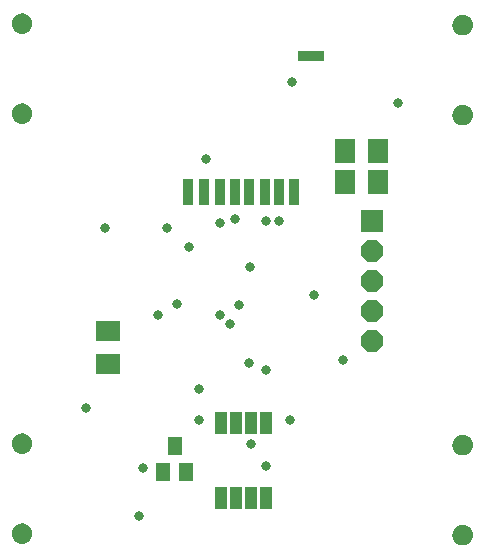
<source format=gbr>
G75*
G70*
%OFA0B0*%
%FSLAX24Y24*%
%IPPOS*%
%LPD*%
%AMOC8*
5,1,8,0,0,1.08239X$1,22.5*
%
%ADD10R,0.0710X0.0789*%
%ADD11R,0.0789X0.0710*%
%ADD12R,0.0710X0.0790*%
%ADD13R,0.0720X0.0720*%
%ADD14OC8,0.0720*%
%ADD15C,0.0350*%
%ADD16R,0.0400X0.0740*%
%ADD17R,0.0474X0.0631*%
%ADD18R,0.0336X0.0867*%
%ADD19R,0.0867X0.0336*%
%ADD20C,0.0318*%
D10*
X013464Y013390D03*
X014567Y013390D03*
D11*
X005560Y008421D03*
X005560Y007319D03*
D12*
X013450Y014440D03*
X014570Y014440D03*
D13*
X014369Y012081D03*
D14*
X014369Y011081D03*
X014369Y010081D03*
X014369Y009081D03*
X014369Y008081D03*
D15*
X002522Y001690D02*
X002524Y001715D01*
X002530Y001739D01*
X002539Y001762D01*
X002552Y001783D01*
X002568Y001802D01*
X002587Y001818D01*
X002608Y001831D01*
X002631Y001840D01*
X002655Y001846D01*
X002680Y001848D01*
X002705Y001846D01*
X002729Y001840D01*
X002752Y001831D01*
X002773Y001818D01*
X002792Y001802D01*
X002808Y001783D01*
X002821Y001762D01*
X002830Y001739D01*
X002836Y001715D01*
X002838Y001690D01*
X002836Y001665D01*
X002830Y001641D01*
X002821Y001618D01*
X002808Y001597D01*
X002792Y001578D01*
X002773Y001562D01*
X002752Y001549D01*
X002729Y001540D01*
X002705Y001534D01*
X002680Y001532D01*
X002655Y001534D01*
X002631Y001540D01*
X002608Y001549D01*
X002587Y001562D01*
X002568Y001578D01*
X002552Y001597D01*
X002539Y001618D01*
X002530Y001641D01*
X002524Y001665D01*
X002522Y001690D01*
X002522Y004690D02*
X002524Y004715D01*
X002530Y004739D01*
X002539Y004762D01*
X002552Y004783D01*
X002568Y004802D01*
X002587Y004818D01*
X002608Y004831D01*
X002631Y004840D01*
X002655Y004846D01*
X002680Y004848D01*
X002705Y004846D01*
X002729Y004840D01*
X002752Y004831D01*
X002773Y004818D01*
X002792Y004802D01*
X002808Y004783D01*
X002821Y004762D01*
X002830Y004739D01*
X002836Y004715D01*
X002838Y004690D01*
X002836Y004665D01*
X002830Y004641D01*
X002821Y004618D01*
X002808Y004597D01*
X002792Y004578D01*
X002773Y004562D01*
X002752Y004549D01*
X002729Y004540D01*
X002705Y004534D01*
X002680Y004532D01*
X002655Y004534D01*
X002631Y004540D01*
X002608Y004549D01*
X002587Y004562D01*
X002568Y004578D01*
X002552Y004597D01*
X002539Y004618D01*
X002530Y004641D01*
X002524Y004665D01*
X002522Y004690D01*
X002522Y015690D02*
X002524Y015715D01*
X002530Y015739D01*
X002539Y015762D01*
X002552Y015783D01*
X002568Y015802D01*
X002587Y015818D01*
X002608Y015831D01*
X002631Y015840D01*
X002655Y015846D01*
X002680Y015848D01*
X002705Y015846D01*
X002729Y015840D01*
X002752Y015831D01*
X002773Y015818D01*
X002792Y015802D01*
X002808Y015783D01*
X002821Y015762D01*
X002830Y015739D01*
X002836Y015715D01*
X002838Y015690D01*
X002836Y015665D01*
X002830Y015641D01*
X002821Y015618D01*
X002808Y015597D01*
X002792Y015578D01*
X002773Y015562D01*
X002752Y015549D01*
X002729Y015540D01*
X002705Y015534D01*
X002680Y015532D01*
X002655Y015534D01*
X002631Y015540D01*
X002608Y015549D01*
X002587Y015562D01*
X002568Y015578D01*
X002552Y015597D01*
X002539Y015618D01*
X002530Y015641D01*
X002524Y015665D01*
X002522Y015690D01*
X002522Y018690D02*
X002524Y018715D01*
X002530Y018739D01*
X002539Y018762D01*
X002552Y018783D01*
X002568Y018802D01*
X002587Y018818D01*
X002608Y018831D01*
X002631Y018840D01*
X002655Y018846D01*
X002680Y018848D01*
X002705Y018846D01*
X002729Y018840D01*
X002752Y018831D01*
X002773Y018818D01*
X002792Y018802D01*
X002808Y018783D01*
X002821Y018762D01*
X002830Y018739D01*
X002836Y018715D01*
X002838Y018690D01*
X002836Y018665D01*
X002830Y018641D01*
X002821Y018618D01*
X002808Y018597D01*
X002792Y018578D01*
X002773Y018562D01*
X002752Y018549D01*
X002729Y018540D01*
X002705Y018534D01*
X002680Y018532D01*
X002655Y018534D01*
X002631Y018540D01*
X002608Y018549D01*
X002587Y018562D01*
X002568Y018578D01*
X002552Y018597D01*
X002539Y018618D01*
X002530Y018641D01*
X002524Y018665D01*
X002522Y018690D01*
X017211Y018640D02*
X017213Y018665D01*
X017219Y018689D01*
X017228Y018712D01*
X017241Y018733D01*
X017257Y018752D01*
X017276Y018768D01*
X017297Y018781D01*
X017320Y018790D01*
X017344Y018796D01*
X017369Y018798D01*
X017394Y018796D01*
X017418Y018790D01*
X017441Y018781D01*
X017462Y018768D01*
X017481Y018752D01*
X017497Y018733D01*
X017510Y018712D01*
X017519Y018689D01*
X017525Y018665D01*
X017527Y018640D01*
X017525Y018615D01*
X017519Y018591D01*
X017510Y018568D01*
X017497Y018547D01*
X017481Y018528D01*
X017462Y018512D01*
X017441Y018499D01*
X017418Y018490D01*
X017394Y018484D01*
X017369Y018482D01*
X017344Y018484D01*
X017320Y018490D01*
X017297Y018499D01*
X017276Y018512D01*
X017257Y018528D01*
X017241Y018547D01*
X017228Y018568D01*
X017219Y018591D01*
X017213Y018615D01*
X017211Y018640D01*
X017211Y015640D02*
X017213Y015665D01*
X017219Y015689D01*
X017228Y015712D01*
X017241Y015733D01*
X017257Y015752D01*
X017276Y015768D01*
X017297Y015781D01*
X017320Y015790D01*
X017344Y015796D01*
X017369Y015798D01*
X017394Y015796D01*
X017418Y015790D01*
X017441Y015781D01*
X017462Y015768D01*
X017481Y015752D01*
X017497Y015733D01*
X017510Y015712D01*
X017519Y015689D01*
X017525Y015665D01*
X017527Y015640D01*
X017525Y015615D01*
X017519Y015591D01*
X017510Y015568D01*
X017497Y015547D01*
X017481Y015528D01*
X017462Y015512D01*
X017441Y015499D01*
X017418Y015490D01*
X017394Y015484D01*
X017369Y015482D01*
X017344Y015484D01*
X017320Y015490D01*
X017297Y015499D01*
X017276Y015512D01*
X017257Y015528D01*
X017241Y015547D01*
X017228Y015568D01*
X017219Y015591D01*
X017213Y015615D01*
X017211Y015640D01*
X017211Y004640D02*
X017213Y004665D01*
X017219Y004689D01*
X017228Y004712D01*
X017241Y004733D01*
X017257Y004752D01*
X017276Y004768D01*
X017297Y004781D01*
X017320Y004790D01*
X017344Y004796D01*
X017369Y004798D01*
X017394Y004796D01*
X017418Y004790D01*
X017441Y004781D01*
X017462Y004768D01*
X017481Y004752D01*
X017497Y004733D01*
X017510Y004712D01*
X017519Y004689D01*
X017525Y004665D01*
X017527Y004640D01*
X017525Y004615D01*
X017519Y004591D01*
X017510Y004568D01*
X017497Y004547D01*
X017481Y004528D01*
X017462Y004512D01*
X017441Y004499D01*
X017418Y004490D01*
X017394Y004484D01*
X017369Y004482D01*
X017344Y004484D01*
X017320Y004490D01*
X017297Y004499D01*
X017276Y004512D01*
X017257Y004528D01*
X017241Y004547D01*
X017228Y004568D01*
X017219Y004591D01*
X017213Y004615D01*
X017211Y004640D01*
X017211Y001640D02*
X017213Y001665D01*
X017219Y001689D01*
X017228Y001712D01*
X017241Y001733D01*
X017257Y001752D01*
X017276Y001768D01*
X017297Y001781D01*
X017320Y001790D01*
X017344Y001796D01*
X017369Y001798D01*
X017394Y001796D01*
X017418Y001790D01*
X017441Y001781D01*
X017462Y001768D01*
X017481Y001752D01*
X017497Y001733D01*
X017510Y001712D01*
X017519Y001689D01*
X017525Y001665D01*
X017527Y001640D01*
X017525Y001615D01*
X017519Y001591D01*
X017510Y001568D01*
X017497Y001547D01*
X017481Y001528D01*
X017462Y001512D01*
X017441Y001499D01*
X017418Y001490D01*
X017394Y001484D01*
X017369Y001482D01*
X017344Y001484D01*
X017320Y001490D01*
X017297Y001499D01*
X017276Y001512D01*
X017257Y001528D01*
X017241Y001547D01*
X017228Y001568D01*
X017219Y001591D01*
X017213Y001615D01*
X017211Y001640D01*
D16*
X010827Y002850D03*
X010327Y002850D03*
X009827Y002850D03*
X009327Y002850D03*
X009327Y005350D03*
X009827Y005350D03*
X010327Y005350D03*
X010827Y005350D03*
D17*
X008154Y003747D03*
X007406Y003747D03*
X007780Y004613D03*
D18*
X008246Y013060D03*
X008777Y013060D03*
X009289Y013060D03*
X009781Y013060D03*
X010273Y013060D03*
X010785Y013060D03*
X011277Y013060D03*
X011769Y013060D03*
D19*
X012324Y017584D03*
D20*
X011700Y016740D03*
X008820Y014180D03*
X009300Y012020D03*
X009780Y012180D03*
X010820Y012100D03*
X011260Y012100D03*
X010300Y010580D03*
X009940Y009300D03*
X009620Y008660D03*
X009300Y008980D03*
X007860Y009318D03*
X007220Y008980D03*
X008260Y011220D03*
X007540Y011860D03*
X005460Y011860D03*
X010260Y007380D03*
X010820Y007140D03*
X011620Y005460D03*
X010340Y004660D03*
X010820Y003940D03*
X008580Y005460D03*
X008580Y006500D03*
X006740Y003860D03*
X006580Y002260D03*
X004820Y005860D03*
X012420Y009620D03*
X013380Y007460D03*
X015220Y016020D03*
M02*

</source>
